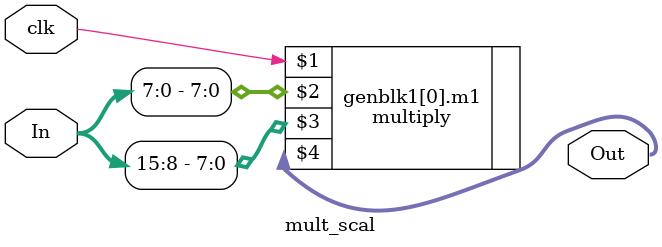
<source format=v>
module mult_scal #(parameter N = 1) (clk, In, Out);
input  [16*N-1:0]In;
input clk;
output [16*N-1:0]Out;

genvar i;

	generate 
   		for (i = 0; i < 8*2*N; i = i + 16) 
		begin
       		multiply m1 (clk, In[i+7:i], In[i+15:i+8],Out[i+15:i]);
   		end
	endgenerate	
	
endmodule
	
</source>
